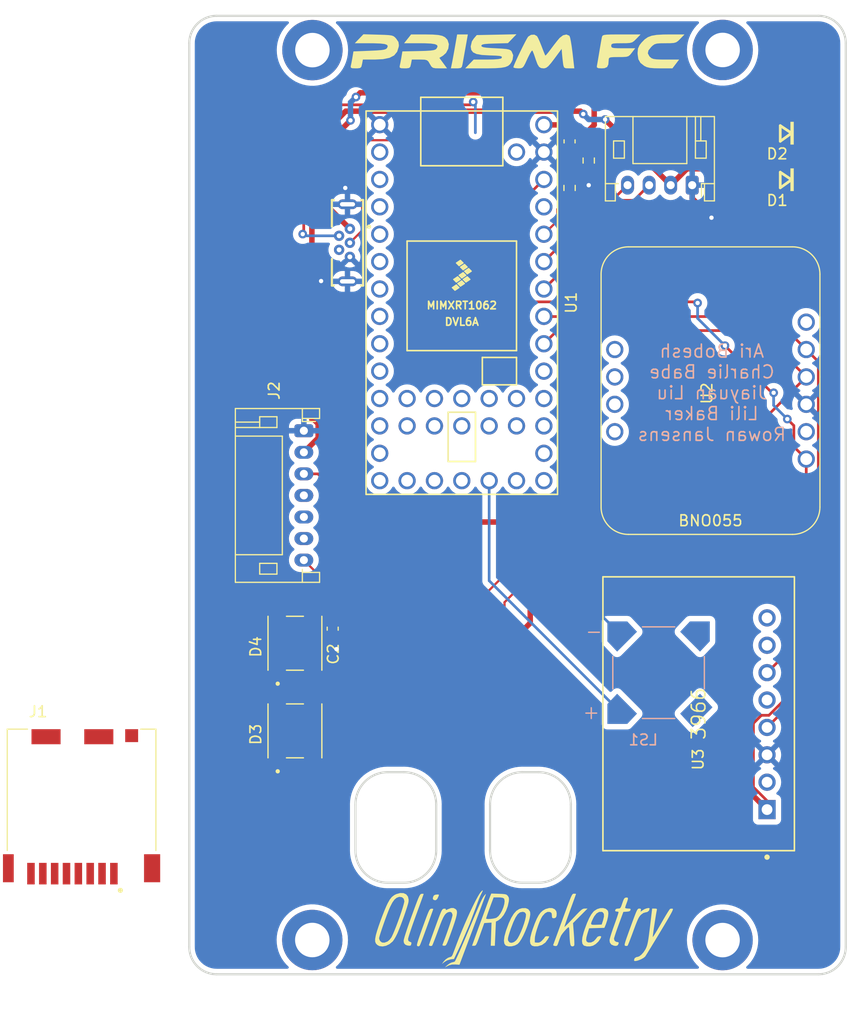
<source format=kicad_pcb>
(kicad_pcb (version 20211014) (generator pcbnew)
  (layers (0 "F.Cu" signal) (31 "B.Cu" signal) (34 "B.Paste" user) (35 "F.Paste" user) (36 "B.SilkS" user "B.Silkscreen") (37 "F.SilkS" user "F.Silkscreen") (38 "B.Mask" user) (39 "F.Mask" user) (44 "Edge.Cuts" user))
  (net 0 "")
  (net 1 "/V_BATT")
  (net 2 "GND")
  (net 3 "/TX 0")
  (net 4 "/PYRO 1")
  (net 5 "/PYRO 2")
  (net 6 "/CONT 1")
  (net 7 "/CONT 2")
  (net 8 "/ARM")
  (net 9 "Net-(R4-Pad2)")
  (net 12 "/SCL 0")
  (net 13 "/SDA 0")
  (net 14 "/BUZZER")
  (net 19 "/RX 0")
  (net 31 "/3.3V")
  (net 40 "Net-(D3-Pad4)")
  (net 41 "/NEOPIXEL")
  (net 42 "/VIN")
  (net 43 "/V_USB")
  (net 45 "Net-(J3-Pad2)")
  (net 50 "Net-(J3-Pad3)")
  (net 57 "/5V")
  (net 61 "/V_SENSE")
  (footprint "Teensy_4.1:Teensy40" (layer "F.Cu") (at 132.4864 76.6826 -90)
    (fp_text reference "U1" (at 0 -10.16 90) (layer "F.SilkS"))
    (fp_text value "Teensy4.0")
    (fp_text user "MIMXRT1062" (at 0.254 0) (layer "F.SilkS") (effects (font (size 0.7 0.7))))
    (fp_text user "DVL6A" (at 1.778 0) (layer "F.SilkS") (effects (font (size 0.7 0.7))))
    (pad "1" thru_hole circle locked (at -16.51 7.62 270) (size 1.6 1.6) (drill 1.1) (layers *.Cu *.Mask) (net 2 "GND"))
    (pad "2" thru_hole circle locked (at -13.97 7.62 270) (size 1.6 1.6) (drill 1.1) (layers *.Cu *.Mask))
    (pad "3" thru_hole circle locked (at -11.43 7.62 270) (size 1.6 1.6) (drill 1.1) (layers *.Cu *.Mask))
    (pad "4" thru_hole circle locked (at -8.89 7.62 270) (size 1.6 1.6) (drill 1.1) (layers *.Cu *.Mask))
    (pad "5" thru_hole circle locked (at -6.35 7.62 270) (size 1.6 1.6) (drill 1.1) (layers *.Cu *.Mask))
    (pad "6" thru_hole circle locked (at -3.81 7.62 270) (size 1.6 1.6) (drill 1.1) (layers *.Cu *.Mask))
    (pad "7" thru_hole circle locked (at -1.27 7.62 270) (size 1.6 1.6) (drill 1.1) (layers *.Cu *.Mask))
    (pad "8" thru_hole circle locked (at 1.27 7.62 270) (size 1.6 1.6) (drill 1.1) (layers *.Cu *.Mask))
    (pad "9" thru_hole circle locked (at 3.81 7.62 270) (size 1.6 1.6) (drill 1.1) (layers *.Cu *.Mask))
    (pad "10" thru_hole circle locked (at 6.35 7.62 270) (size 1.6 1.6) (drill 1.1) (layers *.Cu *.Mask))
    (pad "11" thru_hole circle locked (at 8.89 7.62 270) (size 1.6 1.6) (drill 1.1) (layers *.Cu *.Mask))
    (pad "12" thru_hole circle locked (at 11.43 7.62 270) (size 1.6 1.6) (drill 1.1) (layers *.Cu *.Mask))
    (pad "13" thru_hole circle locked (at 13.97 7.62 270) (size 1.6 1.6) (drill 1.1) (layers *.Cu *.Mask))
    (pad "14" thru_hole circle locked (at 16.51 7.62 270) (size 1.6 1.6) (drill 1.1) (layers *.Cu *.Mask))
    (pad "15" thru_hole circle locked (at 16.51 5.08 270) (size 1.6 1.6) (drill 1.1) (layers *.Cu *.Mask))
    (pad "16" thru_hole circle locked (at 16.51 2.54 270) (size 1.6 1.6) (drill 1.1) (layers *.Cu *.Mask))
    (pad "17" thru_hole circle locked (at 16.51 0 270) (size 1.6 1.6) (drill 1.1) (layers *.Cu *.Mask))
    (pad "18" thru_hole circle locked (at 16.51 -2.54 270) (size 1.6 1.6) (drill 1.1) (layers *.Cu *.Mask) (net 14 "/BUZZER"))
    (pad "19" thru_hole circle locked (at 16.51 -5.08 270) (size 1.6 1.6) (drill 1.1) (layers *.Cu *.Mask))
    (pad "20" thru_hole circle locked (at 16.51 -7.62 270) (size 1.6 1.6) (drill 1.1) (layers *.Cu *.Mask))
    (pad "21" thru_hole circle locked (at 13.97 -7.62 270) (size 1.6 1.6) (drill 1.1) (layers *.Cu *.Mask))
    (pad "22" thru_hole circle locked (at 11.43 -7.62 270) (size 1.6 1.6) (drill 1.1) (layers *.Cu *.Mask))
    (pad "23" thru_hole circle locked (at 8.89 -7.62 270) (size 1.6 1.6) (drill 1.1) (layers *.Cu *.Mask))
    (pad "24" thru_hole circle locked (at 6.35 -7.62 270) (size 1.6 1.6) (drill 1.1) (layers *.Cu *.Mask))
    (pad "25" thru_hole circle locked (at 3.81 -7.62 270) (size 1.6 1.6) (drill 1.1) (layers *.Cu *.Mask) (net 13 "/SDA 0"))
    (pad "26" thru_hole circle locked (at 1.27 -7.62 270) (size 1.6 1.6) (drill 1.1) (layers *.Cu *.Mask) (net 12 "/SCL 0"))
    (pad "27" thru_hole circle locked (at -1.27 -7.62 270) (size 1.6 1.6) (drill 1.1) (layers *.Cu *.Mask) (net 6 "/CONT 1"))
    (pad "28" thru_hole circle locked (at -3.81 -7.62 270) (size 1.6 1.6) (drill 1.1) (layers *.Cu *.Mask) (net 7 "/CONT 2"))
    (pad "29" thru_hole circle locked (at -6.35 -7.62 270) (size 1.6 1.6) (drill 1.1) (layers *.Cu *.Mask))
    (pad "30" thru_hole circle locked (at -8.89 -7.62 270) (size 1.6 1.6) (drill 1.1) (layers *.Cu *.Mask))
    (pad "31" thru_hole circle locked (at -11.43 -7.62 270) (size 1.6 1.6) (drill 1.1) (layers *.Cu *.Mask) (net 31 "/3.3V"))
    (pad "32" thru_hole circle locked (at -13.97 -7.62 270) (size 1.6 1.6) (drill 1.1) (layers *.Cu *.Mask) (net 2 "GND"))
    (pad "33" thru_hole circle locked (at -16.51 -7.62 270) (size 1.6 1.6) (drill 1.1) (layers *.Cu *.Mask) (net 57 "/5V"))
    (pad "34" thru_hole circle locked (at -13.97 -5.08 270) (size 1.6 1.6) (drill 1.1) (layers *.Cu *.Mask))
    (pad "35" thru_hole circle locked (at 11.43 -5.08 270) (size 1.6 1.6) (drill 1.1) (layers *.Cu *.Mask) (net 4 "/PYRO 1"))
    (pad "36" thru_hole circle locked (at 8.89 -5.08 270) (size 1.6 1.6) (drill 1.1) (layers *.Cu *.Mask) (net 5 "/PYRO 2"))
    (pad "37" thru_hole circle locked (at 11.43 -2.54 270) (size 1.6 1.6) (drill 1.1) (layers *.Cu *.Mask) (net 8 "/ARM"))
    (pad "38" thru_hole circle locked (at 8.89 -2.54 270) (size 1.6 1.6) (drill 1.1) (layers *.Cu *.Mask) (net 61 "/V_SENSE"))
    (pad "39" thru_hole circle locked (at 11.43 0 270) (size 1.6 1.6) (drill 1.1) (layers *.Cu *.Mask))
    (pad "40" thru_hole circle locked (at 8.89 0 270) (size 1.6 1.6) (drill 1.1) (layers *.Cu *.Mask))
    (pad "41" thru_hole circle locked (at 11.43 2.54 270) (size 1.6 1.6) (drill 1.1) (layers *.Cu *.Mask))
    (pad "42" thru_hole circle locked (at 8.89 2.54 270) (size 1.6 1.6) (drill 1.1) (layers *.Cu *.Mask))
    (pad "43" thru_hole circle locked (at 11.43 5.08 270) (size 1.6 1.6) (drill 1.1) (layers *.Cu *.Mask))
    (pad "44" thru_hole circle locked (at 8.89 5.08 270) (size 1.6 1.6) (drill 1.1) (layers *.Cu *.Mask))
  )
  (footprint "Resistor_SMD:R_0603_1608Metric" (layer "F.Cu") (at 142.494 66.04 90)
    (fp_text reference "R5" hide)
    (fp_text value "300K" hide)
    (pad "1" smd roundrect (at -0.825 0 90) (size 0.8 0.95) (layers "F.Cu" "F.Paste" "F.Mask") (net 9 "Net-(R4-Pad2)"))
    (pad "2" smd roundrect (at 0.825 0 90) (size 0.8 0.95) (layers "F.Cu" "F.Paste" "F.Mask") (net 2 "GND"))
  )
  (footprint "BMP388:Adafruit_Industries-3966-MFG" (layer "F.Cu") (at 154.48 114.81 90)
    (fp_text reference "U3" (at -5.332 -0.048 90) (layer "F.SilkS") (effects (justify left)))
    (fp_text value "3966" (at 0 0 90) (layer "F.SilkS") (effects (font (size 1.27 1.27))))
    (pad "1" thru_hole rect (at -8.89 6.35 180) (size 1.6 1.78) (drill 1) (layers *.Cu *.Mask) (net 31 "/3.3V"))
    (pad "2" thru_hole circle (at -6.35 6.35 180) (size 1.6 1.6) (drill 1) (layers *.Cu *.Mask))
    (pad "3" thru_hole circle (at -3.81 6.35 180) (size 1.6 1.6) (drill 1) (layers *.Cu *.Mask) (net 2 "GND"))
    (pad "4" thru_hole circle (at -1.27 6.35 180) (size 1.6 1.6) (drill 1) (layers *.Cu *.Mask) (net 12 "/SCL 0"))
    (pad "5" thru_hole circle (at 1.27 6.35 180) (size 1.6 1.6) (drill 1) (layers *.Cu *.Mask))
    (pad "6" thru_hole circle (at 3.81 6.35 180) (size 1.6 1.6) (drill 1) (layers *.Cu *.Mask) (net 13 "/SDA 0"))
    (pad "7" thru_hole circle (at 6.35 6.35 180) (size 1.6 1.6) (drill 1) (layers *.Cu *.Mask))
    (pad "8" thru_hole circle (at 8.89 6.35 180) (size 1.6 1.6) (drill 1) (layers *.Cu *.Mask))
  )
  (footprint "MountingHole:MountingHole_3.2mm_M3_DIN965_Pad_TopBottom" (layer "F.Cu") (at 118.614971 53.255682)
    (fp_text reference "H1")
    (fp_text value "MountingHole_Pad")
    (pad "1" thru_hole circle (at 0 0) (size 3.6 3.6) (drill 3.2) (layers *.Cu *.Mask))
    (pad "1" connect circle (at 0 0) (size 5.6 5.6) (layers "F.Cu" "F.Mask"))
    (pad "1" connect circle (at 0 0) (size 5.6 5.6) (layers "B.Cu" "B.Mask"))
  )
  (footprint "Connector_JST:JST_PH_S7B-PH-K_1x07_P2.00mm_Horizontal" (layer "F.Cu") (at 117.82 88.56 -90)
    (fp_text reference "J2" (at -3.724 2.758 90) (layer "F.SilkS"))
    (fp_text value "CORE_IO" hide)
    (pad "1" thru_hole roundrect (at 0 0 270) (size 1.2 1.75) (drill 0.75) (layers *.Cu *.Mask) (roundrect_rratio 0.2083333333) (net 2 "GND"))
    (pad "2" thru_hole oval (at 2 0 270) (size 1.2 1.75) (drill 0.75) (layers *.Cu *.Mask) (net 1 "/V_BATT"))
    (pad "3" thru_hole oval (at 4 0 270) (size 1.2 1.75) (drill 0.75) (layers *.Cu *.Mask) (net 4 "/PYRO 1"))
    (pad "4" thru_hole oval (at 6 0 270) (size 1.2 1.75) (drill 0.75) (layers *.Cu *.Mask) (net 5 "/PYRO 2"))
    (pad "5" thru_hole oval (at 8 0 270) (size 1.2 1.75) (drill 0.75) (layers *.Cu *.Mask) (net 8 "/ARM"))
    (pad "6" thru_hole oval (at 10 0 270) (size 1.2 1.75) (drill 0.75) (layers *.Cu *.Mask) (net 6 "/CONT 1"))
    (pad "7" thru_hole oval (at 12 0 270) (size 1.2 1.75) (drill 0.75) (layers *.Cu *.Mask) (net 7 "/CONT 2"))
  )
  (footprint "DM3:HRS_DM3CS-SF" (layer "F.Cu") (at 96.9804 123.2905)
    (fp_text reference "J1" (at -3.840295 -8.669495) (layer "F.SilkS") (effects (font (size 1.003992 1.003992))))
    (fp_text value "DM3CS-SF")
    (pad "1" smd rect locked (at 3.2 6.35) (size 0.7 2) (layers "F.Cu" "F.Paste" "F.Mask"))
    (pad "2" smd rect locked (at 2.1 6.35) (size 0.7 2) (layers "F.Cu" "F.Paste" "F.Mask"))
    (pad "3" smd rect locked (at 1 6.35) (size 0.7 2) (layers "F.Cu" "F.Paste" "F.Mask"))
    (pad "4" smd rect locked (at -0.1 6.35) (size 0.7 2) (layers "F.Cu" "F.Paste" "F.Mask") (net 31 "/3.3V"))
    (pad "5" smd rect locked (at -1.2 6.35) (size 0.7 2) (layers "F.Cu" "F.Paste" "F.Mask"))
    (pad "6" smd rect locked (at -2.3 6.35) (size 0.7 2) (layers "F.Cu" "F.Paste" "F.Mask"))
    (pad "7" smd rect locked (at -3.4 6.35) (size 0.7 2) (layers "F.Cu" "F.Paste" "F.Mask"))
    (pad "8" smd rect locked (at -4.5 6.35) (size 0.7 2) (layers "F.Cu" "F.Paste" "F.Mask"))
    (pad "9" smd rect locked (at 1.8 -6.35) (size 2.7 1.4) (layers "F.Cu" "F.Paste" "F.Mask"))
    (pad "S1" smd rect locked (at -6.6 5.85) (size 1 2.6) (layers "F.Cu" "F.Paste" "F.Mask") (net 2 "GND"))
    (pad "S2" smd rect locked (at 6.75 5.85) (size 1.5 2.6) (layers "F.Cu" "F.Paste" "F.Mask") (net 2 "GND"))
    (pad "S3" smd rect locked (at -3.1 -6.35) (size 2.7 1.4) (layers "F.Cu" "F.Paste" "F.Mask") (net 2 "GND"))
    (pad "S5" smd rect locked (at 4.85 -6.45) (size 1.2 1.2) (layers "F.Cu" "F.Paste" "F.Mask") (net 2 "GND"))
  )
  (footprint "LOGO" (layer "F.Cu") (at 137.506882 53.550235)
    (fp_text reference "" (at 0 0) (layer "F.SilkS") (effects (font (size 1.524 1.524) (thickness 0.3))))
    (fp_text value "LOGO" hide)
  )
  (footprint "Capacitor_SMD:C_0603_1608Metric" (layer "F.Cu") (at 142.494 61.722 -90)
    (fp_text reference "C1" hide)
    (fp_text value "0.1uf" hide)
    (pad "1" smd roundrect (at -0.775 0 270) (size 0.9 0.95) (layers "F.Cu" "F.Paste" "F.Mask") (net 42 "/VIN"))
    (pad "2" smd roundrect (at 0.775 0 270) (size 0.9 0.95) (layers "F.Cu" "F.Paste" "F.Mask") (net 2 "GND"))
  )
  (footprint "MountingHole:MountingHole_3.2mm_M3_DIN965_Pad_TopBottom" (layer "F.Cu") (at 118.603304 135.797904)
    (fp_text reference "H4")
    (fp_text value "MountingHole")
    (pad "1" thru_hole circle (at 0 0) (size 3.6 3.6) (drill 3.2) (layers *.Cu *.Mask))
    (pad "1" connect circle (at 0 0) (size 5.6 5.6) (layers "F.Cu" "F.Mask"))
    (pad "1" connect circle (at 0 0) (size 5.6 5.6) (layers "B.Cu" "B.Mask"))
  )
  (footprint "MountingHole:MountingHole_3.2mm_M3_DIN965_Pad_TopBottom" (layer "F.Cu") (at 156.706146 53.242782)
    (fp_text reference "H3" hide)
    (fp_text value "MountingHole")
    (pad "1" thru_hole circle (at 0 0) (size 3.6 3.6) (drill 3.2) (layers *.Cu *.Mask))
    (pad "1" connect circle (at 0 0) (size 5.6 5.6) (layers "B.Cu" "B.Mask"))
    (pad "1" connect circle (at 0 0) (size 5.6 5.6) (layers "F.Cu" "F.Mask"))
  )
  (footprint "Sensors:BNO055_Breakout" (layer "F.Cu") (at 155.58 84.84 90)
    (fp_text reference "U2" (at -0.25 -0.3352 90) (layer "F.SilkS"))
    (fp_text value "BNO055_Breakout")
    (fp_text user "BNO055" (at -12.065 0) (layer "F.SilkS"))
    (pad "1" thru_hole circle locked (at -6.35 8.89 180) (size 1.6 1.6) (drill 1.1) (layers *.Cu *.Mask) (net 31 "/3.3V"))
    (pad "2" thru_hole circle locked (at -3.81 8.89 180) (size 1.6 1.6) (drill 1.1) (layers *.Cu *.Mask))
    (pad "3" thru_hole circle locked (at -1.27 8.89 180) (size 1.6 1.6) (drill 1.1) (layers *.Cu *.Mask) (net 2 "GND"))
    (pad "4" thru_hole circle locked (at 1.27 8.89 180) (size 1.6 1.6) (drill 1.1) (layers *.Cu *.Mask) (net 13 "/SDA 0"))
    (pad "5" thru_hole circle locked (at 3.81 8.89 180) (size 1.6 1.6) (drill 1.1) (layers *.Cu *.Mask) (net 12 "/SCL 0"))
    (pad "6" thru_hole circle locked (at 6.35 8.89 180) (size 1.6 1.6) (drill 1.1) (layers *.Cu *.Mask))
    (pad "7" thru_hole circle locked (at 3.81 -8.89 180) (size 1.6 1.6) (drill 1.1) (layers *.Cu *.Mask))
    (pad "8" thru_hole circle locked (at 1.27 -8.89 180) (size 1.6 1.6) (drill 1.1) (layers *.Cu *.Mask))
    (pad "9" thru_hole circle locked (at -1.27 -8.89 180) (size 1.6 1.6) (drill 1.1) (layers *.Cu *.Mask))
    (pad "10" thru_hole circle locked (at -3.81 -8.89 180) (size 1.6 1.6) (drill 1.1) (layers *.Cu *.Mask))
  )
  (footprint "JLC_footprints:DO-214AC" (layer "F.Cu") (at 162.306 65.278 180)
    (fp_text reference "D1" (at 0.535 -1.921) (layer "F.SilkS"))
    (fp_text value "SS54")
    (pad "A" smd rect locked (at 2.05 0 180) (size 1.8 1.7) (layers "F.Cu" "F.Paste" "F.Mask") (net 1 "/V_BATT"))
    (pad "C" smd rect locked (at -2.05 0 180) (size 1.8 1.7) (layers "F.Cu" "F.Paste" "F.Mask") (net 42 "/VIN"))
  )
  (footprint "Resistor_SMD:R_0603_1608Metric" (layer "F.Cu") (at 144.272 63.5 -90)
    (fp_text reference "R4" hide)
    (fp_text value "200K" hide)
    (pad "1" smd roundrect (at -0.825 0 270) (size 0.8 0.95) (layers "F.Cu" "F.Paste" "F.Mask") (net 42 "/VIN"))
    (pad "2" smd roundrect (at 0.825 0 270) (size 0.8 0.95) (layers "F.Cu" "F.Paste" "F.Mask") (net 9 "Net-(R4-Pad2)"))
  )
  (footprint "neopixel:LED_1655" (layer "F.Cu") (at 116.9924 108.2713 90)
    (fp_text reference "D4" (at -0.325 -3.635 90) (layer "F.SilkS"))
    (fp_text value "1655")
    (pad "1" smd rect locked (at -2.45 -1.6 180) (size 1 1.5) (layers "F.Cu" "F.Paste" "F.Mask") (net 2 "GND"))
    (pad "2" smd rect locked (at -2.45 1.6 180) (size 1 1.5) (layers "F.Cu" "F.Paste" "F.Mask") (net 40 "Net-(D3-Pad4)"))
    (pad "3" smd rect locked (at 2.45 1.6 180) (size 1 1.5) (layers "F.Cu" "F.Paste" "F.Mask") (net 57 "/5V"))
    (pad "4" smd rect locked (at 2.45 -1.6 180) (size 1 1.5) (layers "F.Cu" "F.Paste" "F.Mask"))
  )
  (footprint "Capacitor_SMD:C_0603_1608Metric" (layer "F.Cu") (at 120.4976 106.921 90)
    (fp_text reference "C2" (at -2.3498 0.0508 90) (layer "F.SilkS"))
    (fp_text value "0.1uf")
    (pad "1" smd roundrect (at -0.775 0 90) (size 0.9 0.95) (layers "F.Cu" "F.Paste" "F.Mask") (net 2 "GND"))
    (pad "2" smd roundrect (at 0.775 0 90) (size 0.9 0.95) (layers "F.Cu" "F.Paste" "F.Mask") (net 57 "/5V"))
  )
  (footprint "neopixel:LED_1655" (layer "F.Cu") (at 116.9924 116.3993 90)
    (fp_text reference "D3" (at -0.325 -3.635 90) (layer "F.SilkS"))
    (fp_text value "1655")
    (pad "1" smd rect locked (at -2.45 -1.6 180) (size 1 1.5) (layers "F.Cu" "F.Paste" "F.Mask") (net 2 "GND"))
    (pad "2" smd rect locked (at -2.45 1.6 180) (size 1 1.5) (layers "F.Cu" "F.Paste" "F.Mask") (net 41 "/NEOPIXEL"))
    (pad "3" smd rect locked (at 2.45 1.6 180) (size 1 1.5) (layers "F.Cu" "F.Paste" "F.Mask") (net 57 "/5V"))
    (pad "4" smd rect locked (at 2.45 -1.6 180) (size 1 1.5) (layers "F.Cu" "F.Paste" "F.Mask") (net 40 "Net-(D3-Pad4)"))
  )
  (footprint "USB:GCT_USB3131-30-0230-A_REVB" (layer "F.Cu") (at 121.8725 71.13 -90)
    (fp_text reference "J3" hide)
    (fp_text value "USB_micro" hide)
    (pad "1" thru_hole circle locked (at -1.3 -0.22 270) (size 0.958 0.958) (drill 0.45) (layers *.Cu *.Mask) (net 43 "/V_USB"))
    (pad "2" thru_hole circle locked (at -0.65 0.78 270) (size 0.958 0.958) (drill 0.45) (layers *.Cu *.Mask) (net 45 "Net-(J3-Pad2)"))
    (pad "3" thru_hole circle locked (at 0 -0.22 270) (size 0.958 0.958) (drill 0.45) (layers *.Cu *.Mask) (net 50 "Net-(J3-Pad3)"))
    (pad "4" thru_hole circle locked (at 0.65 0.78 270) (size 0.958 0.958) (drill 0.45) (layers *.Cu *.Mask))
    (pad "5" thru_hole circle locked (at 1.3 -0.22 270) (size 0.958 0.958) (drill 0.45) (layers *.Cu *.Mask) (net 2 "GND"))
    (pad "S1" thru_hole oval locked (at -3.575 0 270) (size 0.908 1.816) (drill oval 0.4 1.4) (layers *.Cu *.Mask) (net 2 "GND"))
    (pad "S2" thru_hole oval locked (at 3.575 0 270) (size 0.908 1.816) (drill oval 0.4 1.4) (layers *.Cu *.Mask) (net 2 "GND"))
  )
  (footprint "MountingHole:MountingHole_3.2mm_M3_DIN965_Pad_TopBottom" (layer "F.Cu") (at 156.701211 135.804448)
    (fp_text reference "H2")
    (fp_text value "MountingHole")
    (pad "1" thru_hole circle (at 0 0) (size 3.6 3.6) (drill 3.2) (layers *.Cu *.Mask))
    (pad "1" connect circle (at 0 0) (size 5.6 5.6) (layers "B.Cu" "B.Mask"))
    (pad "1" connect circle (at 0 0) (size 5.6 5.6) (layers "F.Cu" "F.Mask"))
  )
  (footprint "JLC_footprints:DO-214AC" (layer "F.Cu") (at 162.306 60.96 180)
    (fp_text reference "D2" (at 0.535 -1.921) (layer "F.SilkS"))
    (fp_text value "SS54")
    (pad "A" smd rect locked (at 2.05 0 180) (size 1.8 1.7) (layers "F.Cu" "F.Paste" "F.Mask") (net 43 "/V_USB"))
    (pad "C" smd rect locked (at -2.05 0 180) (size 1.8 1.7) (layers "F.Cu" "F.Paste" "F.Mask") (net 42 "/VIN"))
  )
  (footprint "LOGO" (layer "F.Cu") (at 138.1252 134.4676)
    (fp_text reference "" (at 0 0) (layer "F.SilkS") (effects (font (size 1.524 1.524) (thickness 0.3))))
    (fp_text value "LOGO" hide)
  )
  (footprint "Connector_JST:JST_PH_S4B-PH-K_1x04_P2.00mm_Horizontal" (layer "F.Cu") (at 153.88 65.78 180)
    (fp_text reference "J1" hide)
    (fp_text value "EAST" hide)
    (pad "1" thru_hole roundrect (at 0 0 180) (size 1.2 1.75) (drill 0.75) (layers *.Cu *.Mask) (roundrect_rratio 0.2083333333) (net 2 "GND"))
    (pad "2" thru_hole oval (at 2 0 180) (size 1.2 1.75) (drill 0.75) (layers *.Cu *.Mask) (net 1 "/V_BATT"))
    (pad "3" thru_hole oval (at 4 0 180) (size 1.2 1.75) (drill 0.75) (layers *.Cu *.Mask) (net 3 "/TX 0"))
    (pad "4" thru_hole oval (at 6 0 180) (size 1.2 1.75) (drill 0.75) (layers *.Cu *.Mask) (net 19 "/RX 0"))
  )
  (footprint "buzzer:XDCR_SMT-0827-S-HT-R" (layer "B.Cu") (at 150.75825 111.002)
    (fp_text reference "LS1" (at -1.425 6.235) (layer "B.SilkS") (effects (justify mirror)))
    (fp_text value "SMT-0827-S-HT-R" hide)
    (pad "2" smd custom locked (at 3.45 3.45) (size 1 1) (layers "B.Cu") (options (clearance outline) (anchor rect)) (primitives (gr_poly (pts (xy -1.44056 0.34792) (xy 0.39792 -1.49056) (xy 1.55 -0.23848) (xy -0.28848 1.6)) (width 0.01) (fill yes))))
    (pad "4" smd custom locked (at 3.6 -3.6) (size 1 1) (layers "B.Cu") (options (clearance outline) (anchor rect)) (primitives (gr_poly (pts (xy 0.24792 1.64056) (xy -1.59056 -0.19792) (xy -0.68848 -1.15) (xy 1.15 -1.15) (xy 1.15 0.68848)) (width 0.01) (fill yes))))
    (pad "N" smd custom locked (at -3.6 -3.6) (size 1 1) (layers "B.Cu") (net 2 "GND") (options (clearance outline) (anchor rect)) (primitives (gr_poly (pts (xy 1.59056 -0.19792) (xy -0.24792 1.64056) (xy -1.15 0.68848) (xy -1.15 -1.15) (xy 0.68848 -1.15)) (width 0.01) (fill yes))))
    (pad "P" smd custom locked (at -3.6 3.6) (size 1 1) (layers "B.Cu") (net 14 "/BUZZER") (options (clearance outline) (anchor rect)) (primitives (gr_poly (pts (xy -0.24792 -1.64056) (xy 1.59056 0.19792) (xy 0.68848 1.15) (xy -1.15 1.15) (xy -1.15 -0.68848)) (width 0.01) (fill yes))))
  )
  (gr_line (start 142.61 123.23) (end 142.61 127.484) (layer "Edge.Cuts") (width 0.2))
  (gr_arc (start 130.11 127.484) (mid 129.23132 129.60532) (end 127.11 130.484) (layer "Edge.Cuts") (width 0.2))
  (gr_line (start 168.14 136.435) (end 168.14 52.615) (layer "Edge.Cuts") (width 0.2))
  (gr_line (start 125.61 130.484) (end 127.11 130.484) (layer "Edge.Cuts") (width 0.2))
  (gr_line (start 109.72 138.975) (end 165.6 138.975) (layer "Edge.Cuts") (width 0.2))
  (gr_line (start 139.61 120.23) (end 138.11 120.23) (layer "Edge.Cuts") (width 0.2))
  (gr_arc (start 168.14 136.435) (mid 167.396051 138.231051) (end 165.6 138.975) (layer "Edge.Cuts") (width 0.2))
  (gr_arc (start 135.11 123.23) (mid 135.98868 121.10868) (end 138.11 120.23) (layer "Edge.Cuts") (width 0.2))
  (gr_line (start 135.11 123.23) (end 135.11 127.484) (layer "Edge.Cuts") (width 0.2))
  (gr_line (start 107.18 52.615) (end 107.18 136.435) (layer "Edge.Cuts") (width 0.2))
  (gr_arc (start 125.61 130.484) (mid 123.48868 129.60532) (end 122.61 127.484) (layer "Edge.Cuts") (width 0.2))
  (gr_line (start 165.6 50.075) (end 109.72 50.075) (layer "Edge.Cuts") (width 0.2))
  (gr_arc (start 107.18 52.615) (mid 107.923949 50.818949) (end 109.72 50.075) (layer "Edge.Cuts") (width 0.2))
  (gr_line (start 125.61 120.23) (end 127.11 120.23) (layer "Edge.Cuts") (width 0.2))
  (gr_arc (start 165.6 50.075) (mid 167.396051 50.818949) (end 168.14 52.615) (layer "Edge.Cuts") (width 0.2))
  (gr_arc (start 139.61 120.23) (mid 141.73132 121.10868) (end 142.61 123.23) (layer "Edge.Cuts") (width 0.2))
  (gr_arc (start 122.61 123.23) (mid 123.48868 121.10868) (end 125.61 120.23) (layer "Edge.Cuts") (width 0.2))
  (gr_line (start 130.11 123.23) (end 130.11 127.484) (layer "Edge.Cuts") (width 0.2))
  (gr_line (start 122.61 127.484) (end 122.61 123.23) (layer "Edge.Cuts") (width 0.2))
  (gr_arc (start 109.72 138.975) (mid 107.923949 138.231051) (end 107.18 136.435) (layer "Edge.Cuts") (width 0.2))
  (gr_arc (start 138.11 130.484) (mid 135.98868 129.60532) (end 135.11 127.484) (layer "Edge.Cuts") (width 0.2))
  (gr_arc (start 142.61 127.484) (mid 141.73132 129.60532) (end 139.61 130.484) (layer "Edge.Cuts") (width 0.2))
  (gr_arc (start 127.11 120.23) (mid 129.23132 121.10868) (end 130.11 123.23) (layer "Edge.Cuts") (width 0.2))
  (gr_line (start 138.11 130.484) (end 139.61 130.484) (layer "Edge.Cuts") (width 0.2))
  (gr_text "Ari Bobesh\nCharlie Babe\nJiayuan Liu\nLili Baker\nRowan Jansens" (at 155.702 85.0392) (layer "B.SilkS") (effects (font (size 1.2 1.2)) (justify mirror)))
  (segment (start 143.764 59.182) (end 143.502 58.92) (width 0.508) (layer "F.Cu") (net 1))
  (segment (start 143.502 58.92) (end 121.71 58.92) (width 0.508) (layer "F.Cu") (net 1))
  (segment (start 119.149 89.231) (end 117.82 90.56) (width 0.508) (layer "F.Cu") (net 1))
  (segment (start 118.5672 62.0628) (end 118.5672 87.506) (width 0.508) (layer "F.Cu") (net 1))
  (segment (start 118.736606 87.506) (end 119.149 87.918394) (width 0.508) (layer "F.Cu") (net 1))
  (segment (start 159.24 64.262) (end 160.256 65.278) (width 0.508) (layer "F.Cu") (net 1))
  (segment (start 119.149 87.918394) (end 119.149 89.231) (width 0.508) (layer "F.Cu") (net 1))
  (segment (start 151.88 65.78) (end 153.398 64.262) (width 0.508) (layer "F.Cu") (net 1))
  (segment (start 145.796 59.69) (end 145.796 59.696) (width 0.508) (layer "F.Cu") (net 1))
  (segment (start 118.5672 87.506) (end 118.736606 87.506) (width 0.508) (layer "F.Cu") (net 1))
  (segment (start 121.71 58.92) (end 118.5672 62.0628) (width 0.508) (layer "F.Cu") (net 1))
  (segment (start 145.796 59.696) (end 151.88 65.78) (width 0.508) (layer "F.Cu") (net 1))
  (segment (start 153.398 64.262) (end 159.24 64.262) (width 0.508) (layer "F.Cu") (net 1))
  (via (at 145.796 59.69) (size 0.8) (drill 0.4) (layers "F.Cu" "B.Cu") (net 1))
  (via (at 143.764 59.182) (size 0.8) (drill 0.4) (layers "F.Cu" "B.Cu") (net 1))
  (segment (start 144.272 59.69) (end 145.796 59.69) (width 0.508) (layer "B.Cu") (net 1))
  (segment (start 143.764 59.182) (end 144.272 59.69) (width 0.508) (layer "B.Cu") (net 1))
  (segment (start 121.666 66.04) (end 121.8725 66.2465) (width 0.2032) (layer "F.Cu") (net 2))
  (segment (start 113.9952 112.1185) (end 115.3924 110.7213) (width 0.508) (layer "F.Cu") (net 2))
  (segment (start 119.4497 74.705) (end 121.8725 74.705) (width 0.2032) (layer "F.Cu") (net 2))
  (segment (start 119.4207 74.676) (end 119.4497 74.705) (width 0.2032) (layer "F.Cu") (net 2))
  (segment (start 113.9952 117.4521) (end 113.9952 112.1185) (width 0.508) (layer "F.Cu") (net 2))
  (segment (start 118.4177 107.696) (end 120.4976 107.696) (width 0.508) (layer "F.Cu") (net 2))
  (segment (start 120.4976 107.696) (end 120.4976 108.458) (width 0.508) (layer "F.Cu") (net 2))
  (segment (start 115.3924 110.7213) (end 118.4177 107.696) (width 0.508) (layer "F.Cu") (net 2))
  (segment (start 120.4976 108.458) (end 120.8532 108.8136) (width 0.508) (layer "F.Cu") (net 2))
  (segment (start 142.494 62.497) (end 142.494 65.215) (width 0.508) (layer "F.Cu") (net 2))
  (segment (start 121.8725 66.2465) (end 121.8725 67.555) (width 0.2032) (layer "F.Cu") (net 2))
  (segment (start 115.3924 118.8493) (end 113.9952 117.4521) (width 0.508) (layer "F.Cu") (net 2))
  (segment (start 144.272 65.786) (end 143.701 65.215) (width 0.508) (layer "F.Cu") (net 2))
  (segment (start 153.88 65.78) (end 153.88 67.01) (width 0.508) (layer "F.Cu") (net 2))
  (segment (start 153.88 67.01) (end 155.67 68.8) (width 0.508) (layer "F.Cu") (net 2))
  (segment (start 143.701 65.215) (end 142.494 65.215) (width 0.508) (layer "F.Cu") (net 2))
  (via (at 120.8532 108.8136) (size 0.8) (drill 0.4) (layers "F.Cu" "B.Cu") (net 2))
  (via (at 144.272 65.786) (size 0.8) (drill 0.4) (layers "F.Cu" "B.Cu") (net 2))
  (via (at 119.4207 74.676) (size 0.8) (drill 0.4) (layers "F.Cu" "B.Cu") (net 2))
  (via (at 155.67 68.8) (size 0.8) (drill 0.4) (layers "F.Cu" "B.Cu") (net 2))
  (via (at 121.666 66.04) (size 0.8) (drill 0.4) (layers "F.Cu" "B.Cu") (net 2))
  (segment (start 147.15825 107.402) (end 145.01385 105.2576) (width 0.25) (layer "B.Cu") (net 2))
  (segment (start 119.4207 74.676) (end 119.38 74.7167) (width 0.2032) (layer "B.Cu") (net 2))
  (segment (start 145.01385 105.2576) (end 144.9324 105.2576) (width 0.25) (layer "B.Cu") (net 2))
  (segment (start 147.15825 107.402) (end 147.15825 107.09575) (width 0.25) (layer "B.Cu") (net 2))
  (segment (start 149.88 65.78) (end 148.47211 67.18789) (width 0.25) (layer "F.Cu") (net 3))
  (segment (start 147.08789 67.18789) (end 145.94978 68.326) (width 0.25) (layer "F.Cu") (net 3))
  (segment (start 142.904 68.326) (end 142.2276 69.0024) (width 0.25) (layer "F.Cu") (net 3))
  (segment (start 145.94978 68.326) (end 142.904 68.326) (width 0.25) (layer "F.Cu") (net 3))
  (segment (start 148.47211 67.18789) (end 147.08789 67.18789) (width 0.25) (layer "F.Cu") (net 3))
  (segment (start 142.2276 73.2974) (end 140.095 75.43) (width 0.25) (layer "F.Cu") (net 3))
  (segment (start 142.2276 69.0024) (end 142.2276 73.2974) (width 0.25) (layer "F.Cu") (net 3))
  (segment (start 119.125 92.56) (end 124.855 98.29) (width 0.25) (layer "F.Cu") (net 4))
  (segment (start 117.82 92.56) (end 119.125 92.56) (width 0.25) (layer "F.Cu") (net 4))
  (segment (start 117.82 94.56) (end 118.585 94.56) (width 0.25) (layer "F.Cu") (net 5))
  (segment (start 118.4482 98.56) (end 117.82 98.56) (width 0.2032) (layer "F.Cu") (net 6))
  (segment (start 133.9134 104.4716) (end 124.3598 104.4716) (width 0.2032) (layer "F.Cu") (net 6))
  (segment (start 140.095 98.29) (end 133.9134 104.4716) (width 0.2032) (layer "F.Cu") (net 6))
  (segment (start 136.4534 106.2182) (end 136.4534 104.4716) (width 0.2032) (layer "F.Cu") (net 7))
  (segment (start 120.381449 103.121449) (end 117.82 100.56) (width 0.2032) (layer "F.Cu") (net 7))
  (segment (start 120.508551 103.121449) (end 120.381449 103.121449) (width 0.2032) (layer "F.Cu") (net 7))
  (segment (start 136.4534 104.4716) (end 140.095 100.83) (width 0.2032) (layer "F.Cu") (net 7))
  (segment (start 120.4 103.012898) (end 120.508551 103.121449) (width 0.2032) (layer "F.Cu") (net 7))
  (segment (start 120.508551 103.121449) (end 124.398702 107.0116) (width 0.2032) (layer "F.Cu") (net 7))
  (segment (start 124.398702 107.0116) (end 135.66 107.0116) (width 0.2032) (layer "F.Cu") (net 7))
  (segment (start 135.66 107.0116) (end 136.4534 106.2182) (width 0.2032) (layer "F.Cu") (net 7))
  (segment (start 117.82 96.56) (end 118.045 96.56) (width 0.25) (layer "F.Cu") (net 8))
  (segment (start 142.494 66.865) (end 141.351 68.008) (width 0.2032) (layer "F.Cu") (net 9))
  (segment (start 141.351 69.094) (end 140.095 70.35) (width 0.2032) (layer "F.Cu") (net 9))
  (segment (start 145.034 66.548) (end 145.034 65.087) (width 0.2032) (layer "F.Cu") (net 9))
  (segment (start 145.034 65.087) (end 144.272 64.325) (width 0.2032) (layer "F.Cu") (net 9))
  (segment (start 141.351 68.008) (end 141.351 69.094) (width 0.2032) (layer "F.Cu") (net 9))
  (segment (start 142.494 66.865) (end 144.717 66.865) (width 0.2032) (layer "F.Cu") (net 9))
  (segment (start 144.717 66.865) (end 145.034 66.548) (width 0.2032) (layer "F.Cu") (net 9))
  (segment (start 161.41 77.97) (end 164.47 81.03) (width 0.25) (layer "F.Cu") (net 12))
  (segment (start 165.595 82.155) (end 165.595 111.315) (width 0.25) (layer "F.Cu") (net 12))
  (segment (start 165.595 111.315) (end 160.83 116.08) (width 0.25) (layer "F.Cu") (net 12))
  (segment (start 164.47 81.03) (end 165.595 82.155) (width 0.25) (layer "F.Cu") (net 12))
  (segment (start 140.095 77.97) (end 161.41 77.97) (width 0.25) (layer "F.Cu") (net 12))
  (segment (start 140.095 80.51) (end 141.335 79.27) (width 0.25) (layer "F.Cu") (net 13))
  (segment (start 162.945 90.969695) (end 160.782 88.806695) (width 0.25) (layer "F.Cu") (net 13))
  (segment (start 160.782 87.258) (end 164.47 83.57) (width 0.25) (layer "F.Cu") (net 13))
  (segment (start 160.83 111) (end 163.2204 108.6096) (width 0.25) (layer "F.Cu") (net 13))
  (segment (start 163.2204 108.6096) (end 163.2204 94.7196) (width 0.25) (layer "F.Cu") (net 13))
  (segment (start 162.945 94.4442) (end 162.945 90.969695) (width 0.25) (layer "F.Cu") (net 13))
  (segment (start 141.335 79.27) (end 160.22 79.27) (width 0.25) (layer "F.Cu") (net 13))
  (segment (start 163.2204 94.7196) (end 162.945 94.4442) (width 0.25) (layer "F.Cu") (net 13))
  (segment (start 160.22 79.32) (end 164.47 83.57) (width 0.25) (layer "F.Cu") (net 13))
  (segment (start 160.782 88.806695) (end 160.782 87.258) (width 0.25) (layer "F.Cu") (net 13))
  (segment (start 160.22 79.27) (end 160.22 79.32) (width 0.25) (layer "F.Cu") (net 13))
  (segment (start 135.0264 102.47015) (end 135.0264 93.1926) (width 0.25) (layer "B.Cu") (net 14))
  (segment (start 147.15825 114.602) (end 135.0264 102.47015) (width 0.25) (layer "B.Cu") (net 14))
  (segment (start 142.717604 67.876) (end 141.7776 68.816004) (width 0.25) (layer "F.Cu") (net 19))
  (segment (start 147.859384 65.78) (end 145.763384 67.876) (width 0.25) (layer "F.Cu") (net 19))
  (segment (start 141.7776 71.2074) (end 140.095 72.89) (width 0.25) (layer "F.Cu") (net 19))
  (segment (start 147.88 65.78) (end 147.859384 65.78) (width 0.25) (layer "F.Cu") (net 19))
  (segment (start 141.7776 68.816004) (end 141.7776 71.2074) (width 0.25) (layer "F.Cu") (net 19))
  (segment (start 145.763384 67.876) (end 142.717604 67.876) (width 0.25) (layer "F.Cu") (net 19))
  (segment (start 158.25 121.12) (end 160.83 123.7) (width 0.508) (layer "F.Cu") (net 31))
  (segment (start 135.510424 109.728) (end 124.206 109.728) (width 0.508) (layer "F.Cu") (net 31))
  (segment (start 141.16 97.32) (end 158.25 97.32) (width 0.508) (layer "F.Cu") (net 31))
  (segment (start 124.206 109.728) (end 120.624 106.146) (width 0.508) (layer "F.Cu") (net 31))
  (segment (start 120.624 106.146) (end 120.4976 106.146) (width 0.508) (layer "F.Cu") (net 31))
  (segment (start 156.9212 80.6704) (end 161.29 85.0392) (width 0.25) (layer "F.Cu") (net 31))
  (segment (start 126.135 97.03) (end 124.855 95.75) (width 0.508) (layer "F.Cu") (net 31))
  (segment (start 164.47 91.19) (end 164.47 111.490991) (width 0.25) (layer "F.Cu") (net 31))
  (segment (start 138.841 106.397424) (end 135.510424 109.728) (width 0.508) (layer "F.Cu") (net 31))
  (segment (start 141.16 97.32) (end 140.87 97.03) (width 0.508) (layer "F.Cu") (net 31))
  (segment (start 118.9171 106.146) (end 118.5924 105.8213) (width 0.508) (layer "F.Cu") (net 31))
  (segment (start 124.206 109.728) (end 119.9847 113.9493) (width 0.508) (layer "F.Cu") (net 31))
  (segment (start 154.2796 76.6064) (end 154.3812 76.708) (width 0.25) (layer "F.Cu") (net 31))
  (segment (start 119.9847 113.9493) (end 118.5924 113.9493) (width 0.508) (layer "F.Cu") (net 31))
  (segment (start 153.924 76.6064) (end 154.2796 76.6064) (width 0.25) (layer "F.Cu") (net 31))
  (segment (start 138.841 105.253) (end 138.841 106.397424) (width 0.508) (layer "F.Cu") (net 31))
  (segment (start 161.29 85.0392) (end 161.4424 85.0392) (width 0.25) (layer "F.Cu") (net 31))
  (segment (start 164.47 91.19) (end 163.322 90.042) (width 0.25) (layer "F.Cu") (net 31))
  (segment (start 140.87 97.03) (end 126.135 97.03) (width 0.508) (layer "F.Cu") (net 31))
  (segment (start 158.25 97.32) (end 158.25 121.12) (width 0.508) (layer "F.Cu") (net 31))
  (segment (start 120.4976 106.146) (end 118.9171 106.146) (width 0.508) (layer "F.Cu") (net 31))
  (segment (start 163.322 90.042) (end 163.322 88.0872) (width 0.25) (layer "F.Cu") (net 31))
  (segment (start 158.25 97.32) (end 162.22 93.35) (width 0.508) (layer "F.Cu") (net 31))
  (segment (start 140.1064 65.2526) (end 138.378535 66.980465) (width 0.25) (layer "F.Cu") (net 31))
  (segment (start 159.5628 121.61397) (end 161.239415 123.290585) (width 0.25) (layer "F.Cu") (net 31))
  (segment (start 138.627334 76.6064) (end 153.924 76.6064) (width 0.25) (layer "F.Cu") (net 31))
  (segment (start 164.47 111.490991) (end 161.005991 114.955) (width 0.25) (layer "F.Cu") (net 31))
  (segment (start 141.16 97.32) (end 141.52 97.68) (width 0.508) (layer "F.Cu") (net 31))
  (segment (start 161.005991 114.955) (end 160.3076 114.955) (width 0.25) (layer "F.Cu") (net 31))
  (segment (start 140.97 104.648) (end 139.446 104.648) (width 0.508) (layer "F.Cu") (net 31))
  (segment (start 159.5628 115.6998) (end 159.5628 121.61397) (width 0.25) (layer "F.Cu") (net 31))
  (segment (start 138.378535 66.980465) (end 138.378535 76.357601) (width 0.25) (layer "F.Cu") (net 31))
  (segment (start 163.322 88.0872) (end 162.7124 87.4776) (width 0.25) (layer "F.Cu") (net 31))
  (segment (start 141.52 97.68) (end 141.52 104.098) (width 0.508) (layer "F.Cu") (net 31))
  (segment (start 139.446 104.648) (end 138.841 105.253) (width 0.508) (layer "F.Cu") (net 31))
  (segment (start 141.52 104.098) (end 140.97 104.648) (width 0.508) (layer "F.Cu") (net 31))
  (segment (start 160.3076 114.955) (end 159.5628 115.6998) (width 0.25) (layer "F.Cu") (net 31))
  (segment (start 138.378535 76.357601) (end 138.627334 76.6064) (width 0.25) (layer "F.Cu") (net 31))
  (via (at 156.9212 80.6704) (size 0.8) (drill 0.4) (layers "F.Cu" "B.Cu") (net 31))
  (via (at 161.4424 85.0392) (size 0.8) (drill 0.4) (layers "F.Cu" "B.Cu") (net 31))
  (via (at 162.7124 87.4776) (size 0.8) (drill 0.4) (layers "F.Cu" "B.Cu") (net 31))
  (via (at 154.3812 76.708) (size 0.8) (drill 0.4) (layers "F.Cu" "B.Cu") (net 31))
  (segment (start 154.3812 78.1304) (end 156.9212 80.6704) (width 0.25) (layer "B.Cu") (net 31))
  (segment (start 154.3812 76.708) (end 154.3812 78.1304) (width 0.25) (layer "B.Cu") (net 31))
  (segment (start 161.4424 85.0392) (end 161.4424 86.2076) (width 0.25) (layer "B.Cu") (net 31))
  (segment (start 164.39 91.27) (end 164.47 91.19) (width 0.508) (layer "B.Cu") (net 31))
  (segment (start 161.4424 86.2076) (end 162.7124 87.4776) (width 0.25) (layer "B.Cu") (net 31))
  (segment (start 115.3924 113.9213) (end 118.5924 110.7213) (width 0.2032) (layer "F.Cu") (net 40))
  (segment (start 115.3924 113.9493) (end 115.3924 113.9213) (width 0.2032) (layer "F.Cu") (net 40))
  (segment (start 140.095 116.07) (end 138.8678 117.2972) (width 0.25) (layer "F.Cu") (net 41))
  (segment (start 138.8678 117.2972) (end 120.1445 117.2972) (width 0.25) (layer "F.Cu") (net 41))
  (segment (start 120.1445 117.2972) (end 118.5924 118.8493) (width 0.25) (layer "F.Cu") (net 41))
  (segment (start 162.578 62.738) (end 162.578 63.5) (width 0.508) (layer "F.Cu") (net 42))
  (segment (start 162.578 62.738) (end 164.356 60.96) (width 0.508) (layer "F.Cu") (net 42))
  (segment (start 142.494 60.947) (end 144.031 60.947) (width 0.508) (layer "F.Cu") (net 42))
  (segment (start 162.578 63.5) (end 164.356 65.278) (width 0.508) (layer "F.Cu") (net 42))
  (segment (start 155.704236 57.912) (end 157.988 60.195764) (width 0.508) (layer "F.Cu") (net 42))
  (segment (start 142.544 60.947) (end 144.272 62.675) (width 0.508) (layer "F.Cu") (net 42))
  (segment (start 145.288 57.912) (end 155.704236 57.912) (width 0.508) (layer "F.Cu") (net 42))
  (segment (start 140.095 60.19) (end 141.979 60.19) (width 0.508) (layer "F.Cu") (net 42))
  (segment (start 142.494 60.947) (end 142.544 60.947) (width 0.508) (layer "F.Cu") (net 42))
  (segment (start 157.988 62.23) (end 158.496 62.738) (width 0.508) (layer "F.Cu") (net 42))
  (segment (start 157.988 60.195764) (end 157.988 62.23) (width 0.508) (layer "F.Cu") (net 42))
  (segment (start 144.78 60.198) (end 144.78 58.42) (width 0.508) (layer "F.Cu") (net 42))
  (segment (start 144.031 60.947) (end 144.78 60.198) (width 0.508) (layer "F.Cu") (net 42))
  (segment (start 141.979 60.432) (end 142.494 60.947) (width 0.508) (layer "F.Cu") (net 42))
  (segment (start 144.78 58.42) (end 145.288 57.912) (width 0.508) (layer "F.Cu") (net 42))
  (segment (start 141.979 60.19) (end 141.979 60.432) (width 0.508) (layer "F.Cu") (net 42))
  (segment (start 158.496 62.738) (end 162.578 62.738) (width 0.508) (layer "F.Cu") (net 42))
  (segment (start 158.816 60.0225) (end 159.3185 60.0225) (width 0.508) (layer "F.Cu") (net 43))
  (segment (start 122.0925 69.83) (end 119.2752 67.0127) (width 0.508) (layer "F.Cu") (net 43))
  (segment (start 159.3185 60.0225) (end 160.256 60.96) (width 0.508) (layer "F.Cu") (net 43))
  (segment (start 119.2752 67.0127) (end 119.2752 62.6483) (width 0.508) (layer "F.Cu") (net 43))
  (segment (start 119.2752 62.6483) (end 122.15 59.7735) (width 0.508) (layer "F.Cu") (net 43))
  (segment (start 122.66 57.6055) (end 123.053 57.2125) (width 0.508) (layer "F.Cu") (net 43))
  (segment (start 144.7175 57.2125) (end 144.78 57.15) (width 0.508) (layer "F.Cu") (net 43))
  (segment (start 123.053 57.2125) (end 144.7175 57.2125) (width 0.508) (layer "F.Cu") (net 43))
  (segment (start 155.9435 57.15) (end 158.816 60.0225) (width 0.508) (layer "F.Cu") (net 43))
  (segment (start 144.78 57.15) (end 155.9435 57.15) (width 0.508) (layer "F.Cu") (net 43))
  (via (at 122.15 59.7735) (size 0.8) (drill 0.4) (layers "F.Cu" "B.Cu") (net 43))
  (via (at 122.66 57.6055) (size 0.8) (drill 0.4) (layers "F.Cu" "B.Cu") (net 43))
  (segment (start 122.15 59.7735) (end 122.15 58.1155) (width 0.508) (layer "B.Cu") (net 43))
  (segment (start 122.15 58.1155) (end 122.66 57.6055) (width 0.508) (layer "B.Cu") (net 43))
  (segment (start 120.88 58.33) (end 117.81 61.4) (width 0.25) (layer "F.Cu") (net 45))
  (segment (start 117.81 70.2237) (end 117.7137 70.32) (width 0.25) (layer "F.Cu") (net 45))
  (segment (start 133.283 58.33) (end 120.88 58.33) (width 0.25) (layer "F.Cu") (net 45))
  (segment (start 117.81 61.4) (end 117.81 70.2237) (width 0.25) (layer "F.Cu") (net 45))
  (segment (start 133.5465 58.0665) (end 133.283 58.33) (width 0.25) (layer "F.Cu") (net 45))
  (via (at 133.5465 58.0665) (size 0.8) (drill 0.4) (layers "F.Cu" "B.Cu") (net 45))
  (via (at 117.7137 70.32) (size 0.8) (drill 0.4) (layers "F.Cu" "B.Cu") (net 45))
  (segment (start 133.745 60.92) (end 133.745 58.265) (width 0.25) (layer "B.Cu") (net 45))
  (segment (start 117.7137 70.32) (end 117.8737 70.48) (width 0.25) (layer "B.Cu") (net 45))
  (segment (start 133.745 58.265) (end 133.5465 58.0665) (width 0.25) (layer "B.Cu") (net 45))
  (segment (start 117.8737 70.48) (end 121.0925 70.48) (width 0.25) (layer "B.Cu") (net 45))
  (segment (start 123.23 69.9925) (end 122.0925 71.13) (width 0.2032) (layer "F.Cu") (net 50))
  (segment (start 131.205 60.92) (end 130.51084 61.61416) (width 0.2032) (layer "F.Cu") (net 50))
  (segment (start 123.85664 61.61416) (end 123.23 62.2408) (width 0.2032) (layer "F.Cu") (net 50))
  (segment (start 123.23 62.2408) (end 123.23 69.9925) (width 0.2032) (layer "F.Cu") (net 50))
  (segment (start 130.51084 61.61416) (end 123.85664 61.61416) (width 0.2032) (layer "F.Cu") (net 50))
  (zone (net 2) (net_name "GND") (layer "B.Cu") (connect_pads (clearance 0.508)) (min_thickness 0.254) (fill yes (thermal_gap 0.508) (thermal_bridge_width 0.508))
    (polygon (pts (xy 168.91 140.716) (xy 106.426 140.462) (xy 106.172 49.022) (xy 168.91 49.022)))
  )
)
</source>
